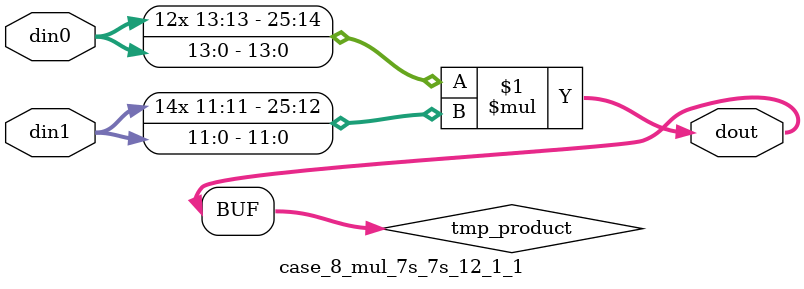
<source format=v>

`timescale 1 ns / 1 ps

 module case_8_mul_7s_7s_12_1_1(din0, din1, dout);
parameter ID = 1;
parameter NUM_STAGE = 0;
parameter din0_WIDTH = 14;
parameter din1_WIDTH = 12;
parameter dout_WIDTH = 26;

input [din0_WIDTH - 1 : 0] din0; 
input [din1_WIDTH - 1 : 0] din1; 
output [dout_WIDTH - 1 : 0] dout;

wire signed [dout_WIDTH - 1 : 0] tmp_product;



























assign tmp_product = $signed(din0) * $signed(din1);








assign dout = tmp_product;





















endmodule

</source>
